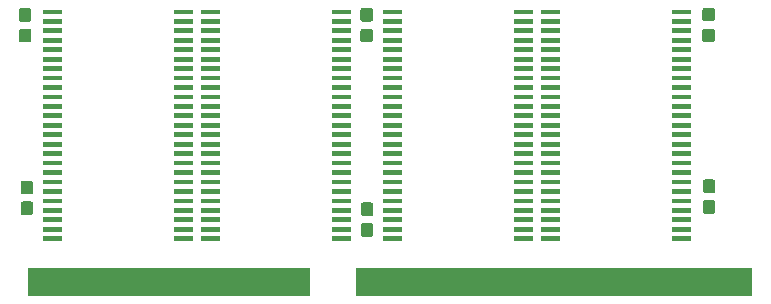
<source format=gbr>
G04 #@! TF.GenerationSoftware,KiCad,Pcbnew,5.1.5*
G04 #@! TF.CreationDate,2020-05-24T12:25:34+08:00*
G04 #@! TF.ProjectId,EDO RAM Stick Recreated,45444f20-5241-44d2-9053-7469636b2052,01*
G04 #@! TF.SameCoordinates,Original*
G04 #@! TF.FileFunction,Soldermask,Bot*
G04 #@! TF.FilePolarity,Negative*
%FSLAX46Y46*%
G04 Gerber Fmt 4.6, Leading zero omitted, Abs format (unit mm)*
G04 Created by KiCad (PCBNEW 5.1.5) date 2020-05-24 12:25:34*
%MOMM*%
%LPD*%
G04 APERTURE LIST*
%ADD10C,0.100000*%
G04 APERTURE END LIST*
D10*
G36*
X91897699Y-76797599D02*
G01*
X67995699Y-76797599D01*
X67995699Y-74395599D01*
X91897699Y-74395599D01*
X91897699Y-76797599D01*
G37*
G36*
X129297699Y-76797599D02*
G01*
X95795699Y-76797599D01*
X95795699Y-74395599D01*
X129297699Y-74395599D01*
X129297699Y-76797599D01*
G37*
G36*
X124153000Y-72132600D02*
G01*
X122551000Y-72132600D01*
X122551000Y-71730600D01*
X124153000Y-71730600D01*
X124153000Y-72132600D01*
G37*
G36*
X81989000Y-72132600D02*
G01*
X80387000Y-72132600D01*
X80387000Y-71730600D01*
X81989000Y-71730600D01*
X81989000Y-72132600D01*
G37*
G36*
X110792600Y-72132600D02*
G01*
X109190600Y-72132600D01*
X109190600Y-71730600D01*
X110792600Y-71730600D01*
X110792600Y-72132600D01*
G37*
G36*
X99692600Y-72132600D02*
G01*
X98090600Y-72132600D01*
X98090600Y-71730600D01*
X99692600Y-71730600D01*
X99692600Y-72132600D01*
G37*
G36*
X95349400Y-72132600D02*
G01*
X93747400Y-72132600D01*
X93747400Y-71730600D01*
X95349400Y-71730600D01*
X95349400Y-72132600D01*
G37*
G36*
X70889000Y-72132600D02*
G01*
X69287000Y-72132600D01*
X69287000Y-71730600D01*
X70889000Y-71730600D01*
X70889000Y-72132600D01*
G37*
G36*
X113053000Y-72132600D02*
G01*
X111451000Y-72132600D01*
X111451000Y-71730600D01*
X113053000Y-71730600D01*
X113053000Y-72132600D01*
G37*
G36*
X84249400Y-72132600D02*
G01*
X82647400Y-72132600D01*
X82647400Y-71730600D01*
X84249400Y-71730600D01*
X84249400Y-72132600D01*
G37*
G36*
X97087699Y-70610645D02*
G01*
X97125195Y-70622020D01*
X97159754Y-70640492D01*
X97190047Y-70665353D01*
X97214908Y-70695646D01*
X97233380Y-70730205D01*
X97244755Y-70767701D01*
X97249200Y-70812838D01*
X97249200Y-71551562D01*
X97244755Y-71596699D01*
X97233380Y-71634195D01*
X97214908Y-71668754D01*
X97190047Y-71699047D01*
X97159754Y-71723908D01*
X97125195Y-71742380D01*
X97087699Y-71753755D01*
X97042562Y-71758200D01*
X96403838Y-71758200D01*
X96358701Y-71753755D01*
X96321205Y-71742380D01*
X96286646Y-71723908D01*
X96256353Y-71699047D01*
X96231492Y-71668754D01*
X96213020Y-71634195D01*
X96201645Y-71596699D01*
X96197200Y-71551562D01*
X96197200Y-70812838D01*
X96201645Y-70767701D01*
X96213020Y-70730205D01*
X96231492Y-70695646D01*
X96256353Y-70665353D01*
X96286646Y-70640492D01*
X96321205Y-70622020D01*
X96358701Y-70610645D01*
X96403838Y-70606200D01*
X97042562Y-70606200D01*
X97087699Y-70610645D01*
G37*
G36*
X113053000Y-71332600D02*
G01*
X111451000Y-71332600D01*
X111451000Y-70930600D01*
X113053000Y-70930600D01*
X113053000Y-71332600D01*
G37*
G36*
X70889000Y-71332600D02*
G01*
X69287000Y-71332600D01*
X69287000Y-70930600D01*
X70889000Y-70930600D01*
X70889000Y-71332600D01*
G37*
G36*
X81989000Y-71332600D02*
G01*
X80387000Y-71332600D01*
X80387000Y-70930600D01*
X81989000Y-70930600D01*
X81989000Y-71332600D01*
G37*
G36*
X84249400Y-71332600D02*
G01*
X82647400Y-71332600D01*
X82647400Y-70930600D01*
X84249400Y-70930600D01*
X84249400Y-71332600D01*
G37*
G36*
X95349400Y-71332600D02*
G01*
X93747400Y-71332600D01*
X93747400Y-70930600D01*
X95349400Y-70930600D01*
X95349400Y-71332600D01*
G37*
G36*
X99692600Y-71332600D02*
G01*
X98090600Y-71332600D01*
X98090600Y-70930600D01*
X99692600Y-70930600D01*
X99692600Y-71332600D01*
G37*
G36*
X110792600Y-71332600D02*
G01*
X109190600Y-71332600D01*
X109190600Y-70930600D01*
X110792600Y-70930600D01*
X110792600Y-71332600D01*
G37*
G36*
X124153000Y-71332600D02*
G01*
X122551000Y-71332600D01*
X122551000Y-70930600D01*
X124153000Y-70930600D01*
X124153000Y-71332600D01*
G37*
G36*
X124153000Y-70532600D02*
G01*
X122551000Y-70532600D01*
X122551000Y-70130600D01*
X124153000Y-70130600D01*
X124153000Y-70532600D01*
G37*
G36*
X70889000Y-70532600D02*
G01*
X69287000Y-70532600D01*
X69287000Y-70130600D01*
X70889000Y-70130600D01*
X70889000Y-70532600D01*
G37*
G36*
X81989000Y-70532600D02*
G01*
X80387000Y-70532600D01*
X80387000Y-70130600D01*
X81989000Y-70130600D01*
X81989000Y-70532600D01*
G37*
G36*
X84249400Y-70532600D02*
G01*
X82647400Y-70532600D01*
X82647400Y-70130600D01*
X84249400Y-70130600D01*
X84249400Y-70532600D01*
G37*
G36*
X95349400Y-70532600D02*
G01*
X93747400Y-70532600D01*
X93747400Y-70130600D01*
X95349400Y-70130600D01*
X95349400Y-70532600D01*
G37*
G36*
X99692600Y-70532600D02*
G01*
X98090600Y-70532600D01*
X98090600Y-70130600D01*
X99692600Y-70130600D01*
X99692600Y-70532600D01*
G37*
G36*
X113053000Y-70532600D02*
G01*
X111451000Y-70532600D01*
X111451000Y-70130600D01*
X113053000Y-70130600D01*
X113053000Y-70532600D01*
G37*
G36*
X110792600Y-70532600D02*
G01*
X109190600Y-70532600D01*
X109190600Y-70130600D01*
X110792600Y-70130600D01*
X110792600Y-70532600D01*
G37*
G36*
X97087699Y-68860645D02*
G01*
X97125195Y-68872020D01*
X97159754Y-68890492D01*
X97190047Y-68915353D01*
X97214908Y-68945646D01*
X97233380Y-68980205D01*
X97244755Y-69017701D01*
X97249200Y-69062838D01*
X97249200Y-69801562D01*
X97244755Y-69846699D01*
X97233380Y-69884195D01*
X97214908Y-69918754D01*
X97190047Y-69949047D01*
X97159754Y-69973908D01*
X97125195Y-69992380D01*
X97087699Y-70003755D01*
X97042562Y-70008200D01*
X96403838Y-70008200D01*
X96358701Y-70003755D01*
X96321205Y-69992380D01*
X96286646Y-69973908D01*
X96256353Y-69949047D01*
X96231492Y-69918754D01*
X96213020Y-69884195D01*
X96201645Y-69846699D01*
X96197200Y-69801562D01*
X96197200Y-69062838D01*
X96201645Y-69017701D01*
X96213020Y-68980205D01*
X96231492Y-68945646D01*
X96256353Y-68915353D01*
X96286646Y-68890492D01*
X96321205Y-68872020D01*
X96358701Y-68860645D01*
X96403838Y-68856200D01*
X97042562Y-68856200D01*
X97087699Y-68860645D01*
G37*
G36*
X68284099Y-68781845D02*
G01*
X68321595Y-68793220D01*
X68356154Y-68811692D01*
X68386447Y-68836553D01*
X68411308Y-68866846D01*
X68429780Y-68901405D01*
X68441155Y-68938901D01*
X68445600Y-68984038D01*
X68445600Y-69722762D01*
X68441155Y-69767899D01*
X68429780Y-69805395D01*
X68411308Y-69839954D01*
X68386447Y-69870247D01*
X68356154Y-69895108D01*
X68321595Y-69913580D01*
X68284099Y-69924955D01*
X68238962Y-69929400D01*
X67600238Y-69929400D01*
X67555101Y-69924955D01*
X67517605Y-69913580D01*
X67483046Y-69895108D01*
X67452753Y-69870247D01*
X67427892Y-69839954D01*
X67409420Y-69805395D01*
X67398045Y-69767899D01*
X67393600Y-69722762D01*
X67393600Y-68984038D01*
X67398045Y-68938901D01*
X67409420Y-68901405D01*
X67427892Y-68866846D01*
X67452753Y-68836553D01*
X67483046Y-68811692D01*
X67517605Y-68793220D01*
X67555101Y-68781845D01*
X67600238Y-68777400D01*
X68238962Y-68777400D01*
X68284099Y-68781845D01*
G37*
G36*
X126043699Y-68668845D02*
G01*
X126081195Y-68680220D01*
X126115754Y-68698692D01*
X126146047Y-68723553D01*
X126170908Y-68753846D01*
X126189380Y-68788405D01*
X126200755Y-68825901D01*
X126205200Y-68871038D01*
X126205200Y-69609762D01*
X126200755Y-69654899D01*
X126189380Y-69692395D01*
X126170908Y-69726954D01*
X126146047Y-69757247D01*
X126115754Y-69782108D01*
X126081195Y-69800580D01*
X126043699Y-69811955D01*
X125998562Y-69816400D01*
X125359838Y-69816400D01*
X125314701Y-69811955D01*
X125277205Y-69800580D01*
X125242646Y-69782108D01*
X125212353Y-69757247D01*
X125187492Y-69726954D01*
X125169020Y-69692395D01*
X125157645Y-69654899D01*
X125153200Y-69609762D01*
X125153200Y-68871038D01*
X125157645Y-68825901D01*
X125169020Y-68788405D01*
X125187492Y-68753846D01*
X125212353Y-68723553D01*
X125242646Y-68698692D01*
X125277205Y-68680220D01*
X125314701Y-68668845D01*
X125359838Y-68664400D01*
X125998562Y-68664400D01*
X126043699Y-68668845D01*
G37*
G36*
X84249400Y-69732600D02*
G01*
X82647400Y-69732600D01*
X82647400Y-69330600D01*
X84249400Y-69330600D01*
X84249400Y-69732600D01*
G37*
G36*
X99692600Y-69732600D02*
G01*
X98090600Y-69732600D01*
X98090600Y-69330600D01*
X99692600Y-69330600D01*
X99692600Y-69732600D01*
G37*
G36*
X70889000Y-69732600D02*
G01*
X69287000Y-69732600D01*
X69287000Y-69330600D01*
X70889000Y-69330600D01*
X70889000Y-69732600D01*
G37*
G36*
X81989000Y-69732600D02*
G01*
X80387000Y-69732600D01*
X80387000Y-69330600D01*
X81989000Y-69330600D01*
X81989000Y-69732600D01*
G37*
G36*
X113053000Y-69732600D02*
G01*
X111451000Y-69732600D01*
X111451000Y-69330600D01*
X113053000Y-69330600D01*
X113053000Y-69732600D01*
G37*
G36*
X95349400Y-69732600D02*
G01*
X93747400Y-69732600D01*
X93747400Y-69330600D01*
X95349400Y-69330600D01*
X95349400Y-69732600D01*
G37*
G36*
X124153000Y-69732600D02*
G01*
X122551000Y-69732600D01*
X122551000Y-69330600D01*
X124153000Y-69330600D01*
X124153000Y-69732600D01*
G37*
G36*
X110792600Y-69732600D02*
G01*
X109190600Y-69732600D01*
X109190600Y-69330600D01*
X110792600Y-69330600D01*
X110792600Y-69732600D01*
G37*
G36*
X70889000Y-68932600D02*
G01*
X69287000Y-68932600D01*
X69287000Y-68530600D01*
X70889000Y-68530600D01*
X70889000Y-68932600D01*
G37*
G36*
X81989000Y-68932600D02*
G01*
X80387000Y-68932600D01*
X80387000Y-68530600D01*
X81989000Y-68530600D01*
X81989000Y-68932600D01*
G37*
G36*
X84249400Y-68932600D02*
G01*
X82647400Y-68932600D01*
X82647400Y-68530600D01*
X84249400Y-68530600D01*
X84249400Y-68932600D01*
G37*
G36*
X95349400Y-68932600D02*
G01*
X93747400Y-68932600D01*
X93747400Y-68530600D01*
X95349400Y-68530600D01*
X95349400Y-68932600D01*
G37*
G36*
X99692600Y-68932600D02*
G01*
X98090600Y-68932600D01*
X98090600Y-68530600D01*
X99692600Y-68530600D01*
X99692600Y-68932600D01*
G37*
G36*
X110792600Y-68932600D02*
G01*
X109190600Y-68932600D01*
X109190600Y-68530600D01*
X110792600Y-68530600D01*
X110792600Y-68932600D01*
G37*
G36*
X113053000Y-68932600D02*
G01*
X111451000Y-68932600D01*
X111451000Y-68530600D01*
X113053000Y-68530600D01*
X113053000Y-68932600D01*
G37*
G36*
X124153000Y-68932600D02*
G01*
X122551000Y-68932600D01*
X122551000Y-68530600D01*
X124153000Y-68530600D01*
X124153000Y-68932600D01*
G37*
G36*
X68284099Y-67031845D02*
G01*
X68321595Y-67043220D01*
X68356154Y-67061692D01*
X68386447Y-67086553D01*
X68411308Y-67116846D01*
X68429780Y-67151405D01*
X68441155Y-67188901D01*
X68445600Y-67234038D01*
X68445600Y-67972762D01*
X68441155Y-68017899D01*
X68429780Y-68055395D01*
X68411308Y-68089954D01*
X68386447Y-68120247D01*
X68356154Y-68145108D01*
X68321595Y-68163580D01*
X68284099Y-68174955D01*
X68238962Y-68179400D01*
X67600238Y-68179400D01*
X67555101Y-68174955D01*
X67517605Y-68163580D01*
X67483046Y-68145108D01*
X67452753Y-68120247D01*
X67427892Y-68089954D01*
X67409420Y-68055395D01*
X67398045Y-68017899D01*
X67393600Y-67972762D01*
X67393600Y-67234038D01*
X67398045Y-67188901D01*
X67409420Y-67151405D01*
X67427892Y-67116846D01*
X67452753Y-67086553D01*
X67483046Y-67061692D01*
X67517605Y-67043220D01*
X67555101Y-67031845D01*
X67600238Y-67027400D01*
X68238962Y-67027400D01*
X68284099Y-67031845D01*
G37*
G36*
X113053000Y-68132600D02*
G01*
X111451000Y-68132600D01*
X111451000Y-67730600D01*
X113053000Y-67730600D01*
X113053000Y-68132600D01*
G37*
G36*
X124153000Y-68132600D02*
G01*
X122551000Y-68132600D01*
X122551000Y-67730600D01*
X124153000Y-67730600D01*
X124153000Y-68132600D01*
G37*
G36*
X81989000Y-68132600D02*
G01*
X80387000Y-68132600D01*
X80387000Y-67730600D01*
X81989000Y-67730600D01*
X81989000Y-68132600D01*
G37*
G36*
X110792600Y-68132600D02*
G01*
X109190600Y-68132600D01*
X109190600Y-67730600D01*
X110792600Y-67730600D01*
X110792600Y-68132600D01*
G37*
G36*
X99692600Y-68132600D02*
G01*
X98090600Y-68132600D01*
X98090600Y-67730600D01*
X99692600Y-67730600D01*
X99692600Y-68132600D01*
G37*
G36*
X95349400Y-68132600D02*
G01*
X93747400Y-68132600D01*
X93747400Y-67730600D01*
X95349400Y-67730600D01*
X95349400Y-68132600D01*
G37*
G36*
X84249400Y-68132600D02*
G01*
X82647400Y-68132600D01*
X82647400Y-67730600D01*
X84249400Y-67730600D01*
X84249400Y-68132600D01*
G37*
G36*
X70889000Y-68132600D02*
G01*
X69287000Y-68132600D01*
X69287000Y-67730600D01*
X70889000Y-67730600D01*
X70889000Y-68132600D01*
G37*
G36*
X126043699Y-66918845D02*
G01*
X126081195Y-66930220D01*
X126115754Y-66948692D01*
X126146047Y-66973553D01*
X126170908Y-67003846D01*
X126189380Y-67038405D01*
X126200755Y-67075901D01*
X126205200Y-67121038D01*
X126205200Y-67859762D01*
X126200755Y-67904899D01*
X126189380Y-67942395D01*
X126170908Y-67976954D01*
X126146047Y-68007247D01*
X126115754Y-68032108D01*
X126081195Y-68050580D01*
X126043699Y-68061955D01*
X125998562Y-68066400D01*
X125359838Y-68066400D01*
X125314701Y-68061955D01*
X125277205Y-68050580D01*
X125242646Y-68032108D01*
X125212353Y-68007247D01*
X125187492Y-67976954D01*
X125169020Y-67942395D01*
X125157645Y-67904899D01*
X125153200Y-67859762D01*
X125153200Y-67121038D01*
X125157645Y-67075901D01*
X125169020Y-67038405D01*
X125187492Y-67003846D01*
X125212353Y-66973553D01*
X125242646Y-66948692D01*
X125277205Y-66930220D01*
X125314701Y-66918845D01*
X125359838Y-66914400D01*
X125998562Y-66914400D01*
X126043699Y-66918845D01*
G37*
G36*
X81989000Y-67332600D02*
G01*
X80387000Y-67332600D01*
X80387000Y-66930600D01*
X81989000Y-66930600D01*
X81989000Y-67332600D01*
G37*
G36*
X95349400Y-67332600D02*
G01*
X93747400Y-67332600D01*
X93747400Y-66930600D01*
X95349400Y-66930600D01*
X95349400Y-67332600D01*
G37*
G36*
X113053000Y-67332600D02*
G01*
X111451000Y-67332600D01*
X111451000Y-66930600D01*
X113053000Y-66930600D01*
X113053000Y-67332600D01*
G37*
G36*
X124153000Y-67332600D02*
G01*
X122551000Y-67332600D01*
X122551000Y-66930600D01*
X124153000Y-66930600D01*
X124153000Y-67332600D01*
G37*
G36*
X84249400Y-67332600D02*
G01*
X82647400Y-67332600D01*
X82647400Y-66930600D01*
X84249400Y-66930600D01*
X84249400Y-67332600D01*
G37*
G36*
X99692600Y-67332600D02*
G01*
X98090600Y-67332600D01*
X98090600Y-66930600D01*
X99692600Y-66930600D01*
X99692600Y-67332600D01*
G37*
G36*
X110792600Y-67332600D02*
G01*
X109190600Y-67332600D01*
X109190600Y-66930600D01*
X110792600Y-66930600D01*
X110792600Y-67332600D01*
G37*
G36*
X70889000Y-67332600D02*
G01*
X69287000Y-67332600D01*
X69287000Y-66930600D01*
X70889000Y-66930600D01*
X70889000Y-67332600D01*
G37*
G36*
X110792600Y-66532600D02*
G01*
X109190600Y-66532600D01*
X109190600Y-66130600D01*
X110792600Y-66130600D01*
X110792600Y-66532600D01*
G37*
G36*
X99692600Y-66532600D02*
G01*
X98090600Y-66532600D01*
X98090600Y-66130600D01*
X99692600Y-66130600D01*
X99692600Y-66532600D01*
G37*
G36*
X81989000Y-66532600D02*
G01*
X80387000Y-66532600D01*
X80387000Y-66130600D01*
X81989000Y-66130600D01*
X81989000Y-66532600D01*
G37*
G36*
X113053000Y-66532600D02*
G01*
X111451000Y-66532600D01*
X111451000Y-66130600D01*
X113053000Y-66130600D01*
X113053000Y-66532600D01*
G37*
G36*
X124153000Y-66532600D02*
G01*
X122551000Y-66532600D01*
X122551000Y-66130600D01*
X124153000Y-66130600D01*
X124153000Y-66532600D01*
G37*
G36*
X95349400Y-66532600D02*
G01*
X93747400Y-66532600D01*
X93747400Y-66130600D01*
X95349400Y-66130600D01*
X95349400Y-66532600D01*
G37*
G36*
X84249400Y-66532600D02*
G01*
X82647400Y-66532600D01*
X82647400Y-66130600D01*
X84249400Y-66130600D01*
X84249400Y-66532600D01*
G37*
G36*
X70889000Y-66532600D02*
G01*
X69287000Y-66532600D01*
X69287000Y-66130600D01*
X70889000Y-66130600D01*
X70889000Y-66532600D01*
G37*
G36*
X110792600Y-65732600D02*
G01*
X109190600Y-65732600D01*
X109190600Y-65330600D01*
X110792600Y-65330600D01*
X110792600Y-65732600D01*
G37*
G36*
X99692600Y-65732600D02*
G01*
X98090600Y-65732600D01*
X98090600Y-65330600D01*
X99692600Y-65330600D01*
X99692600Y-65732600D01*
G37*
G36*
X113053000Y-65732600D02*
G01*
X111451000Y-65732600D01*
X111451000Y-65330600D01*
X113053000Y-65330600D01*
X113053000Y-65732600D01*
G37*
G36*
X124153000Y-65732600D02*
G01*
X122551000Y-65732600D01*
X122551000Y-65330600D01*
X124153000Y-65330600D01*
X124153000Y-65732600D01*
G37*
G36*
X70889000Y-65732600D02*
G01*
X69287000Y-65732600D01*
X69287000Y-65330600D01*
X70889000Y-65330600D01*
X70889000Y-65732600D01*
G37*
G36*
X95349400Y-65732600D02*
G01*
X93747400Y-65732600D01*
X93747400Y-65330600D01*
X95349400Y-65330600D01*
X95349400Y-65732600D01*
G37*
G36*
X84249400Y-65732600D02*
G01*
X82647400Y-65732600D01*
X82647400Y-65330600D01*
X84249400Y-65330600D01*
X84249400Y-65732600D01*
G37*
G36*
X81989000Y-65732600D02*
G01*
X80387000Y-65732600D01*
X80387000Y-65330600D01*
X81989000Y-65330600D01*
X81989000Y-65732600D01*
G37*
G36*
X95349400Y-64932600D02*
G01*
X93747400Y-64932600D01*
X93747400Y-64530600D01*
X95349400Y-64530600D01*
X95349400Y-64932600D01*
G37*
G36*
X113053000Y-64932600D02*
G01*
X111451000Y-64932600D01*
X111451000Y-64530600D01*
X113053000Y-64530600D01*
X113053000Y-64932600D01*
G37*
G36*
X124153000Y-64932600D02*
G01*
X122551000Y-64932600D01*
X122551000Y-64530600D01*
X124153000Y-64530600D01*
X124153000Y-64932600D01*
G37*
G36*
X70889000Y-64932600D02*
G01*
X69287000Y-64932600D01*
X69287000Y-64530600D01*
X70889000Y-64530600D01*
X70889000Y-64932600D01*
G37*
G36*
X84249400Y-64932600D02*
G01*
X82647400Y-64932600D01*
X82647400Y-64530600D01*
X84249400Y-64530600D01*
X84249400Y-64932600D01*
G37*
G36*
X99692600Y-64932600D02*
G01*
X98090600Y-64932600D01*
X98090600Y-64530600D01*
X99692600Y-64530600D01*
X99692600Y-64932600D01*
G37*
G36*
X110792600Y-64932600D02*
G01*
X109190600Y-64932600D01*
X109190600Y-64530600D01*
X110792600Y-64530600D01*
X110792600Y-64932600D01*
G37*
G36*
X81989000Y-64932600D02*
G01*
X80387000Y-64932600D01*
X80387000Y-64530600D01*
X81989000Y-64530600D01*
X81989000Y-64932600D01*
G37*
G36*
X95349400Y-64132600D02*
G01*
X93747400Y-64132600D01*
X93747400Y-63730600D01*
X95349400Y-63730600D01*
X95349400Y-64132600D01*
G37*
G36*
X84249400Y-64132600D02*
G01*
X82647400Y-64132600D01*
X82647400Y-63730600D01*
X84249400Y-63730600D01*
X84249400Y-64132600D01*
G37*
G36*
X124153000Y-64132600D02*
G01*
X122551000Y-64132600D01*
X122551000Y-63730600D01*
X124153000Y-63730600D01*
X124153000Y-64132600D01*
G37*
G36*
X81989000Y-64132600D02*
G01*
X80387000Y-64132600D01*
X80387000Y-63730600D01*
X81989000Y-63730600D01*
X81989000Y-64132600D01*
G37*
G36*
X70889000Y-64132600D02*
G01*
X69287000Y-64132600D01*
X69287000Y-63730600D01*
X70889000Y-63730600D01*
X70889000Y-64132600D01*
G37*
G36*
X99692600Y-64132600D02*
G01*
X98090600Y-64132600D01*
X98090600Y-63730600D01*
X99692600Y-63730600D01*
X99692600Y-64132600D01*
G37*
G36*
X110792600Y-64132600D02*
G01*
X109190600Y-64132600D01*
X109190600Y-63730600D01*
X110792600Y-63730600D01*
X110792600Y-64132600D01*
G37*
G36*
X113053000Y-64132600D02*
G01*
X111451000Y-64132600D01*
X111451000Y-63730600D01*
X113053000Y-63730600D01*
X113053000Y-64132600D01*
G37*
G36*
X99692600Y-63332600D02*
G01*
X98090600Y-63332600D01*
X98090600Y-62930600D01*
X99692600Y-62930600D01*
X99692600Y-63332600D01*
G37*
G36*
X81989000Y-63332600D02*
G01*
X80387000Y-63332600D01*
X80387000Y-62930600D01*
X81989000Y-62930600D01*
X81989000Y-63332600D01*
G37*
G36*
X70889000Y-63332600D02*
G01*
X69287000Y-63332600D01*
X69287000Y-62930600D01*
X70889000Y-62930600D01*
X70889000Y-63332600D01*
G37*
G36*
X95349400Y-63332600D02*
G01*
X93747400Y-63332600D01*
X93747400Y-62930600D01*
X95349400Y-62930600D01*
X95349400Y-63332600D01*
G37*
G36*
X110792600Y-63332600D02*
G01*
X109190600Y-63332600D01*
X109190600Y-62930600D01*
X110792600Y-62930600D01*
X110792600Y-63332600D01*
G37*
G36*
X84249400Y-63332600D02*
G01*
X82647400Y-63332600D01*
X82647400Y-62930600D01*
X84249400Y-62930600D01*
X84249400Y-63332600D01*
G37*
G36*
X124153000Y-63332600D02*
G01*
X122551000Y-63332600D01*
X122551000Y-62930600D01*
X124153000Y-62930600D01*
X124153000Y-63332600D01*
G37*
G36*
X113053000Y-63332600D02*
G01*
X111451000Y-63332600D01*
X111451000Y-62930600D01*
X113053000Y-62930600D01*
X113053000Y-63332600D01*
G37*
G36*
X124153000Y-62532600D02*
G01*
X122551000Y-62532600D01*
X122551000Y-62130600D01*
X124153000Y-62130600D01*
X124153000Y-62532600D01*
G37*
G36*
X110792600Y-62532600D02*
G01*
X109190600Y-62532600D01*
X109190600Y-62130600D01*
X110792600Y-62130600D01*
X110792600Y-62532600D01*
G37*
G36*
X99692600Y-62532600D02*
G01*
X98090600Y-62532600D01*
X98090600Y-62130600D01*
X99692600Y-62130600D01*
X99692600Y-62532600D01*
G37*
G36*
X70889000Y-62532600D02*
G01*
X69287000Y-62532600D01*
X69287000Y-62130600D01*
X70889000Y-62130600D01*
X70889000Y-62532600D01*
G37*
G36*
X81989000Y-62532600D02*
G01*
X80387000Y-62532600D01*
X80387000Y-62130600D01*
X81989000Y-62130600D01*
X81989000Y-62532600D01*
G37*
G36*
X84249400Y-62532600D02*
G01*
X82647400Y-62532600D01*
X82647400Y-62130600D01*
X84249400Y-62130600D01*
X84249400Y-62532600D01*
G37*
G36*
X113053000Y-62532600D02*
G01*
X111451000Y-62532600D01*
X111451000Y-62130600D01*
X113053000Y-62130600D01*
X113053000Y-62532600D01*
G37*
G36*
X95349400Y-62532600D02*
G01*
X93747400Y-62532600D01*
X93747400Y-62130600D01*
X95349400Y-62130600D01*
X95349400Y-62532600D01*
G37*
G36*
X113053000Y-61732600D02*
G01*
X111451000Y-61732600D01*
X111451000Y-61330600D01*
X113053000Y-61330600D01*
X113053000Y-61732600D01*
G37*
G36*
X99692600Y-61732600D02*
G01*
X98090600Y-61732600D01*
X98090600Y-61330600D01*
X99692600Y-61330600D01*
X99692600Y-61732600D01*
G37*
G36*
X95349400Y-61732600D02*
G01*
X93747400Y-61732600D01*
X93747400Y-61330600D01*
X95349400Y-61330600D01*
X95349400Y-61732600D01*
G37*
G36*
X84249400Y-61732600D02*
G01*
X82647400Y-61732600D01*
X82647400Y-61330600D01*
X84249400Y-61330600D01*
X84249400Y-61732600D01*
G37*
G36*
X70889000Y-61732600D02*
G01*
X69287000Y-61732600D01*
X69287000Y-61330600D01*
X70889000Y-61330600D01*
X70889000Y-61732600D01*
G37*
G36*
X81989000Y-61732600D02*
G01*
X80387000Y-61732600D01*
X80387000Y-61330600D01*
X81989000Y-61330600D01*
X81989000Y-61732600D01*
G37*
G36*
X110792600Y-61732600D02*
G01*
X109190600Y-61732600D01*
X109190600Y-61330600D01*
X110792600Y-61330600D01*
X110792600Y-61732600D01*
G37*
G36*
X124153000Y-61732600D02*
G01*
X122551000Y-61732600D01*
X122551000Y-61330600D01*
X124153000Y-61330600D01*
X124153000Y-61732600D01*
G37*
G36*
X95349400Y-60932600D02*
G01*
X93747400Y-60932600D01*
X93747400Y-60530600D01*
X95349400Y-60530600D01*
X95349400Y-60932600D01*
G37*
G36*
X113053000Y-60932600D02*
G01*
X111451000Y-60932600D01*
X111451000Y-60530600D01*
X113053000Y-60530600D01*
X113053000Y-60932600D01*
G37*
G36*
X124153000Y-60932600D02*
G01*
X122551000Y-60932600D01*
X122551000Y-60530600D01*
X124153000Y-60530600D01*
X124153000Y-60932600D01*
G37*
G36*
X110792600Y-60932600D02*
G01*
X109190600Y-60932600D01*
X109190600Y-60530600D01*
X110792600Y-60530600D01*
X110792600Y-60932600D01*
G37*
G36*
X84249400Y-60932600D02*
G01*
X82647400Y-60932600D01*
X82647400Y-60530600D01*
X84249400Y-60530600D01*
X84249400Y-60932600D01*
G37*
G36*
X81989000Y-60932600D02*
G01*
X80387000Y-60932600D01*
X80387000Y-60530600D01*
X81989000Y-60530600D01*
X81989000Y-60932600D01*
G37*
G36*
X99692600Y-60932600D02*
G01*
X98090600Y-60932600D01*
X98090600Y-60530600D01*
X99692600Y-60530600D01*
X99692600Y-60932600D01*
G37*
G36*
X70889000Y-60932600D02*
G01*
X69287000Y-60932600D01*
X69287000Y-60530600D01*
X70889000Y-60530600D01*
X70889000Y-60932600D01*
G37*
G36*
X99692600Y-60132600D02*
G01*
X98090600Y-60132600D01*
X98090600Y-59730600D01*
X99692600Y-59730600D01*
X99692600Y-60132600D01*
G37*
G36*
X84249400Y-60132600D02*
G01*
X82647400Y-60132600D01*
X82647400Y-59730600D01*
X84249400Y-59730600D01*
X84249400Y-60132600D01*
G37*
G36*
X95349400Y-60132600D02*
G01*
X93747400Y-60132600D01*
X93747400Y-59730600D01*
X95349400Y-59730600D01*
X95349400Y-60132600D01*
G37*
G36*
X124153000Y-60132600D02*
G01*
X122551000Y-60132600D01*
X122551000Y-59730600D01*
X124153000Y-59730600D01*
X124153000Y-60132600D01*
G37*
G36*
X113053000Y-60132600D02*
G01*
X111451000Y-60132600D01*
X111451000Y-59730600D01*
X113053000Y-59730600D01*
X113053000Y-60132600D01*
G37*
G36*
X81989000Y-60132600D02*
G01*
X80387000Y-60132600D01*
X80387000Y-59730600D01*
X81989000Y-59730600D01*
X81989000Y-60132600D01*
G37*
G36*
X70889000Y-60132600D02*
G01*
X69287000Y-60132600D01*
X69287000Y-59730600D01*
X70889000Y-59730600D01*
X70889000Y-60132600D01*
G37*
G36*
X110792600Y-60132600D02*
G01*
X109190600Y-60132600D01*
X109190600Y-59730600D01*
X110792600Y-59730600D01*
X110792600Y-60132600D01*
G37*
G36*
X124153000Y-59332600D02*
G01*
X122551000Y-59332600D01*
X122551000Y-58930600D01*
X124153000Y-58930600D01*
X124153000Y-59332600D01*
G37*
G36*
X95349400Y-59332600D02*
G01*
X93747400Y-59332600D01*
X93747400Y-58930600D01*
X95349400Y-58930600D01*
X95349400Y-59332600D01*
G37*
G36*
X84249400Y-59332600D02*
G01*
X82647400Y-59332600D01*
X82647400Y-58930600D01*
X84249400Y-58930600D01*
X84249400Y-59332600D01*
G37*
G36*
X81989000Y-59332600D02*
G01*
X80387000Y-59332600D01*
X80387000Y-58930600D01*
X81989000Y-58930600D01*
X81989000Y-59332600D01*
G37*
G36*
X70889000Y-59332600D02*
G01*
X69287000Y-59332600D01*
X69287000Y-58930600D01*
X70889000Y-58930600D01*
X70889000Y-59332600D01*
G37*
G36*
X99692600Y-59332600D02*
G01*
X98090600Y-59332600D01*
X98090600Y-58930600D01*
X99692600Y-58930600D01*
X99692600Y-59332600D01*
G37*
G36*
X110792600Y-59332600D02*
G01*
X109190600Y-59332600D01*
X109190600Y-58930600D01*
X110792600Y-58930600D01*
X110792600Y-59332600D01*
G37*
G36*
X113053000Y-59332600D02*
G01*
X111451000Y-59332600D01*
X111451000Y-58930600D01*
X113053000Y-58930600D01*
X113053000Y-59332600D01*
G37*
G36*
X113053000Y-58532600D02*
G01*
X111451000Y-58532600D01*
X111451000Y-58130600D01*
X113053000Y-58130600D01*
X113053000Y-58532600D01*
G37*
G36*
X70889000Y-58532600D02*
G01*
X69287000Y-58532600D01*
X69287000Y-58130600D01*
X70889000Y-58130600D01*
X70889000Y-58532600D01*
G37*
G36*
X81989000Y-58532600D02*
G01*
X80387000Y-58532600D01*
X80387000Y-58130600D01*
X81989000Y-58130600D01*
X81989000Y-58532600D01*
G37*
G36*
X84249400Y-58532600D02*
G01*
X82647400Y-58532600D01*
X82647400Y-58130600D01*
X84249400Y-58130600D01*
X84249400Y-58532600D01*
G37*
G36*
X95349400Y-58532600D02*
G01*
X93747400Y-58532600D01*
X93747400Y-58130600D01*
X95349400Y-58130600D01*
X95349400Y-58532600D01*
G37*
G36*
X124153000Y-58532600D02*
G01*
X122551000Y-58532600D01*
X122551000Y-58130600D01*
X124153000Y-58130600D01*
X124153000Y-58532600D01*
G37*
G36*
X99692600Y-58532600D02*
G01*
X98090600Y-58532600D01*
X98090600Y-58130600D01*
X99692600Y-58130600D01*
X99692600Y-58532600D01*
G37*
G36*
X110792600Y-58532600D02*
G01*
X109190600Y-58532600D01*
X109190600Y-58130600D01*
X110792600Y-58130600D01*
X110792600Y-58532600D01*
G37*
G36*
X99692600Y-57732600D02*
G01*
X98090600Y-57732600D01*
X98090600Y-57330600D01*
X99692600Y-57330600D01*
X99692600Y-57732600D01*
G37*
G36*
X95349400Y-57732600D02*
G01*
X93747400Y-57732600D01*
X93747400Y-57330600D01*
X95349400Y-57330600D01*
X95349400Y-57732600D01*
G37*
G36*
X84249400Y-57732600D02*
G01*
X82647400Y-57732600D01*
X82647400Y-57330600D01*
X84249400Y-57330600D01*
X84249400Y-57732600D01*
G37*
G36*
X124153000Y-57732600D02*
G01*
X122551000Y-57732600D01*
X122551000Y-57330600D01*
X124153000Y-57330600D01*
X124153000Y-57732600D01*
G37*
G36*
X70889000Y-57732600D02*
G01*
X69287000Y-57732600D01*
X69287000Y-57330600D01*
X70889000Y-57330600D01*
X70889000Y-57732600D01*
G37*
G36*
X81989000Y-57732600D02*
G01*
X80387000Y-57732600D01*
X80387000Y-57330600D01*
X81989000Y-57330600D01*
X81989000Y-57732600D01*
G37*
G36*
X110792600Y-57732600D02*
G01*
X109190600Y-57732600D01*
X109190600Y-57330600D01*
X110792600Y-57330600D01*
X110792600Y-57732600D01*
G37*
G36*
X113053000Y-57732600D02*
G01*
X111451000Y-57732600D01*
X111451000Y-57330600D01*
X113053000Y-57330600D01*
X113053000Y-57732600D01*
G37*
G36*
X110792600Y-56932600D02*
G01*
X109190600Y-56932600D01*
X109190600Y-56530600D01*
X110792600Y-56530600D01*
X110792600Y-56932600D01*
G37*
G36*
X84249400Y-56932600D02*
G01*
X82647400Y-56932600D01*
X82647400Y-56530600D01*
X84249400Y-56530600D01*
X84249400Y-56932600D01*
G37*
G36*
X99692600Y-56932600D02*
G01*
X98090600Y-56932600D01*
X98090600Y-56530600D01*
X99692600Y-56530600D01*
X99692600Y-56932600D01*
G37*
G36*
X95349400Y-56932600D02*
G01*
X93747400Y-56932600D01*
X93747400Y-56530600D01*
X95349400Y-56530600D01*
X95349400Y-56932600D01*
G37*
G36*
X124153000Y-56932600D02*
G01*
X122551000Y-56932600D01*
X122551000Y-56530600D01*
X124153000Y-56530600D01*
X124153000Y-56932600D01*
G37*
G36*
X113053000Y-56932600D02*
G01*
X111451000Y-56932600D01*
X111451000Y-56530600D01*
X113053000Y-56530600D01*
X113053000Y-56932600D01*
G37*
G36*
X81989000Y-56932600D02*
G01*
X80387000Y-56932600D01*
X80387000Y-56530600D01*
X81989000Y-56530600D01*
X81989000Y-56932600D01*
G37*
G36*
X70889000Y-56932600D02*
G01*
X69287000Y-56932600D01*
X69287000Y-56530600D01*
X70889000Y-56530600D01*
X70889000Y-56932600D01*
G37*
G36*
X70889000Y-56132600D02*
G01*
X69287000Y-56132600D01*
X69287000Y-55730600D01*
X70889000Y-55730600D01*
X70889000Y-56132600D01*
G37*
G36*
X84249400Y-56132600D02*
G01*
X82647400Y-56132600D01*
X82647400Y-55730600D01*
X84249400Y-55730600D01*
X84249400Y-56132600D01*
G37*
G36*
X95349400Y-56132600D02*
G01*
X93747400Y-56132600D01*
X93747400Y-55730600D01*
X95349400Y-55730600D01*
X95349400Y-56132600D01*
G37*
G36*
X81989000Y-56132600D02*
G01*
X80387000Y-56132600D01*
X80387000Y-55730600D01*
X81989000Y-55730600D01*
X81989000Y-56132600D01*
G37*
G36*
X124153000Y-56132600D02*
G01*
X122551000Y-56132600D01*
X122551000Y-55730600D01*
X124153000Y-55730600D01*
X124153000Y-56132600D01*
G37*
G36*
X113053000Y-56132600D02*
G01*
X111451000Y-56132600D01*
X111451000Y-55730600D01*
X113053000Y-55730600D01*
X113053000Y-56132600D01*
G37*
G36*
X99692600Y-56132600D02*
G01*
X98090600Y-56132600D01*
X98090600Y-55730600D01*
X99692600Y-55730600D01*
X99692600Y-56132600D01*
G37*
G36*
X110792600Y-56132600D02*
G01*
X109190600Y-56132600D01*
X109190600Y-55730600D01*
X110792600Y-55730600D01*
X110792600Y-56132600D01*
G37*
G36*
X99692600Y-55332600D02*
G01*
X98090600Y-55332600D01*
X98090600Y-54930600D01*
X99692600Y-54930600D01*
X99692600Y-55332600D01*
G37*
G36*
X95349400Y-55332600D02*
G01*
X93747400Y-55332600D01*
X93747400Y-54930600D01*
X95349400Y-54930600D01*
X95349400Y-55332600D01*
G37*
G36*
X110792600Y-55332600D02*
G01*
X109190600Y-55332600D01*
X109190600Y-54930600D01*
X110792600Y-54930600D01*
X110792600Y-55332600D01*
G37*
G36*
X113053000Y-55332600D02*
G01*
X111451000Y-55332600D01*
X111451000Y-54930600D01*
X113053000Y-54930600D01*
X113053000Y-55332600D01*
G37*
G36*
X81989000Y-55332600D02*
G01*
X80387000Y-55332600D01*
X80387000Y-54930600D01*
X81989000Y-54930600D01*
X81989000Y-55332600D01*
G37*
G36*
X124153000Y-55332600D02*
G01*
X122551000Y-55332600D01*
X122551000Y-54930600D01*
X124153000Y-54930600D01*
X124153000Y-55332600D01*
G37*
G36*
X70889000Y-55332600D02*
G01*
X69287000Y-55332600D01*
X69287000Y-54930600D01*
X70889000Y-54930600D01*
X70889000Y-55332600D01*
G37*
G36*
X84249400Y-55332600D02*
G01*
X82647400Y-55332600D01*
X82647400Y-54930600D01*
X84249400Y-54930600D01*
X84249400Y-55332600D01*
G37*
G36*
X68131699Y-54151445D02*
G01*
X68169195Y-54162820D01*
X68203754Y-54181292D01*
X68234047Y-54206153D01*
X68258908Y-54236446D01*
X68277380Y-54271005D01*
X68288755Y-54308501D01*
X68293200Y-54353638D01*
X68293200Y-55092362D01*
X68288755Y-55137499D01*
X68277380Y-55174995D01*
X68258908Y-55209554D01*
X68234047Y-55239847D01*
X68203754Y-55264708D01*
X68169195Y-55283180D01*
X68131699Y-55294555D01*
X68086562Y-55299000D01*
X67447838Y-55299000D01*
X67402701Y-55294555D01*
X67365205Y-55283180D01*
X67330646Y-55264708D01*
X67300353Y-55239847D01*
X67275492Y-55209554D01*
X67257020Y-55174995D01*
X67245645Y-55137499D01*
X67241200Y-55092362D01*
X67241200Y-54353638D01*
X67245645Y-54308501D01*
X67257020Y-54271005D01*
X67275492Y-54236446D01*
X67300353Y-54206153D01*
X67330646Y-54181292D01*
X67365205Y-54162820D01*
X67402701Y-54151445D01*
X67447838Y-54147000D01*
X68086562Y-54147000D01*
X68131699Y-54151445D01*
G37*
G36*
X97036899Y-54151445D02*
G01*
X97074395Y-54162820D01*
X97108954Y-54181292D01*
X97139247Y-54206153D01*
X97164108Y-54236446D01*
X97182580Y-54271005D01*
X97193955Y-54308501D01*
X97198400Y-54353638D01*
X97198400Y-55092362D01*
X97193955Y-55137499D01*
X97182580Y-55174995D01*
X97164108Y-55209554D01*
X97139247Y-55239847D01*
X97108954Y-55264708D01*
X97074395Y-55283180D01*
X97036899Y-55294555D01*
X96991762Y-55299000D01*
X96353038Y-55299000D01*
X96307901Y-55294555D01*
X96270405Y-55283180D01*
X96235846Y-55264708D01*
X96205553Y-55239847D01*
X96180692Y-55209554D01*
X96162220Y-55174995D01*
X96150845Y-55137499D01*
X96146400Y-55092362D01*
X96146400Y-54353638D01*
X96150845Y-54308501D01*
X96162220Y-54271005D01*
X96180692Y-54236446D01*
X96205553Y-54206153D01*
X96235846Y-54181292D01*
X96270405Y-54162820D01*
X96307901Y-54151445D01*
X96353038Y-54147000D01*
X96991762Y-54147000D01*
X97036899Y-54151445D01*
G37*
G36*
X125992899Y-54140045D02*
G01*
X126030395Y-54151420D01*
X126064954Y-54169892D01*
X126095247Y-54194753D01*
X126120108Y-54225046D01*
X126138580Y-54259605D01*
X126149955Y-54297101D01*
X126154400Y-54342238D01*
X126154400Y-55080962D01*
X126149955Y-55126099D01*
X126138580Y-55163595D01*
X126120108Y-55198154D01*
X126095247Y-55228447D01*
X126064954Y-55253308D01*
X126030395Y-55271780D01*
X125992899Y-55283155D01*
X125947762Y-55287600D01*
X125309038Y-55287600D01*
X125263901Y-55283155D01*
X125226405Y-55271780D01*
X125191846Y-55253308D01*
X125161553Y-55228447D01*
X125136692Y-55198154D01*
X125118220Y-55163595D01*
X125106845Y-55126099D01*
X125102400Y-55080962D01*
X125102400Y-54342238D01*
X125106845Y-54297101D01*
X125118220Y-54259605D01*
X125136692Y-54225046D01*
X125161553Y-54194753D01*
X125191846Y-54169892D01*
X125226405Y-54151420D01*
X125263901Y-54140045D01*
X125309038Y-54135600D01*
X125947762Y-54135600D01*
X125992899Y-54140045D01*
G37*
G36*
X95349400Y-54532600D02*
G01*
X93747400Y-54532600D01*
X93747400Y-54130600D01*
X95349400Y-54130600D01*
X95349400Y-54532600D01*
G37*
G36*
X70889000Y-54532600D02*
G01*
X69287000Y-54532600D01*
X69287000Y-54130600D01*
X70889000Y-54130600D01*
X70889000Y-54532600D01*
G37*
G36*
X124153000Y-54532600D02*
G01*
X122551000Y-54532600D01*
X122551000Y-54130600D01*
X124153000Y-54130600D01*
X124153000Y-54532600D01*
G37*
G36*
X113053000Y-54532600D02*
G01*
X111451000Y-54532600D01*
X111451000Y-54130600D01*
X113053000Y-54130600D01*
X113053000Y-54532600D01*
G37*
G36*
X99692600Y-54532600D02*
G01*
X98090600Y-54532600D01*
X98090600Y-54130600D01*
X99692600Y-54130600D01*
X99692600Y-54532600D01*
G37*
G36*
X84249400Y-54532600D02*
G01*
X82647400Y-54532600D01*
X82647400Y-54130600D01*
X84249400Y-54130600D01*
X84249400Y-54532600D01*
G37*
G36*
X81989000Y-54532600D02*
G01*
X80387000Y-54532600D01*
X80387000Y-54130600D01*
X81989000Y-54130600D01*
X81989000Y-54532600D01*
G37*
G36*
X110792600Y-54532600D02*
G01*
X109190600Y-54532600D01*
X109190600Y-54130600D01*
X110792600Y-54130600D01*
X110792600Y-54532600D01*
G37*
G36*
X84249400Y-53732600D02*
G01*
X82647400Y-53732600D01*
X82647400Y-53330600D01*
X84249400Y-53330600D01*
X84249400Y-53732600D01*
G37*
G36*
X70889000Y-53732600D02*
G01*
X69287000Y-53732600D01*
X69287000Y-53330600D01*
X70889000Y-53330600D01*
X70889000Y-53732600D01*
G37*
G36*
X81989000Y-53732600D02*
G01*
X80387000Y-53732600D01*
X80387000Y-53330600D01*
X81989000Y-53330600D01*
X81989000Y-53732600D01*
G37*
G36*
X113053000Y-53732600D02*
G01*
X111451000Y-53732600D01*
X111451000Y-53330600D01*
X113053000Y-53330600D01*
X113053000Y-53732600D01*
G37*
G36*
X110792600Y-53732600D02*
G01*
X109190600Y-53732600D01*
X109190600Y-53330600D01*
X110792600Y-53330600D01*
X110792600Y-53732600D01*
G37*
G36*
X99692600Y-53732600D02*
G01*
X98090600Y-53732600D01*
X98090600Y-53330600D01*
X99692600Y-53330600D01*
X99692600Y-53732600D01*
G37*
G36*
X95349400Y-53732600D02*
G01*
X93747400Y-53732600D01*
X93747400Y-53330600D01*
X95349400Y-53330600D01*
X95349400Y-53732600D01*
G37*
G36*
X124153000Y-53732600D02*
G01*
X122551000Y-53732600D01*
X122551000Y-53330600D01*
X124153000Y-53330600D01*
X124153000Y-53732600D01*
G37*
G36*
X97036899Y-52401445D02*
G01*
X97074395Y-52412820D01*
X97108954Y-52431292D01*
X97139247Y-52456153D01*
X97164108Y-52486446D01*
X97182580Y-52521005D01*
X97193955Y-52558501D01*
X97198400Y-52603638D01*
X97198400Y-53342362D01*
X97193955Y-53387499D01*
X97182580Y-53424995D01*
X97164108Y-53459554D01*
X97139247Y-53489847D01*
X97108954Y-53514708D01*
X97074395Y-53533180D01*
X97036899Y-53544555D01*
X96991762Y-53549000D01*
X96353038Y-53549000D01*
X96307901Y-53544555D01*
X96270405Y-53533180D01*
X96235846Y-53514708D01*
X96205553Y-53489847D01*
X96180692Y-53459554D01*
X96162220Y-53424995D01*
X96150845Y-53387499D01*
X96146400Y-53342362D01*
X96146400Y-52603638D01*
X96150845Y-52558501D01*
X96162220Y-52521005D01*
X96180692Y-52486446D01*
X96205553Y-52456153D01*
X96235846Y-52431292D01*
X96270405Y-52412820D01*
X96307901Y-52401445D01*
X96353038Y-52397000D01*
X96991762Y-52397000D01*
X97036899Y-52401445D01*
G37*
G36*
X68131699Y-52401445D02*
G01*
X68169195Y-52412820D01*
X68203754Y-52431292D01*
X68234047Y-52456153D01*
X68258908Y-52486446D01*
X68277380Y-52521005D01*
X68288755Y-52558501D01*
X68293200Y-52603638D01*
X68293200Y-53342362D01*
X68288755Y-53387499D01*
X68277380Y-53424995D01*
X68258908Y-53459554D01*
X68234047Y-53489847D01*
X68203754Y-53514708D01*
X68169195Y-53533180D01*
X68131699Y-53544555D01*
X68086562Y-53549000D01*
X67447838Y-53549000D01*
X67402701Y-53544555D01*
X67365205Y-53533180D01*
X67330646Y-53514708D01*
X67300353Y-53489847D01*
X67275492Y-53459554D01*
X67257020Y-53424995D01*
X67245645Y-53387499D01*
X67241200Y-53342362D01*
X67241200Y-52603638D01*
X67245645Y-52558501D01*
X67257020Y-52521005D01*
X67275492Y-52486446D01*
X67300353Y-52456153D01*
X67330646Y-52431292D01*
X67365205Y-52412820D01*
X67402701Y-52401445D01*
X67447838Y-52397000D01*
X68086562Y-52397000D01*
X68131699Y-52401445D01*
G37*
G36*
X125992899Y-52390045D02*
G01*
X126030395Y-52401420D01*
X126064954Y-52419892D01*
X126095247Y-52444753D01*
X126120108Y-52475046D01*
X126138580Y-52509605D01*
X126149955Y-52547101D01*
X126154400Y-52592238D01*
X126154400Y-53330962D01*
X126149955Y-53376099D01*
X126138580Y-53413595D01*
X126120108Y-53448154D01*
X126095247Y-53478447D01*
X126064954Y-53503308D01*
X126030395Y-53521780D01*
X125992899Y-53533155D01*
X125947762Y-53537600D01*
X125309038Y-53537600D01*
X125263901Y-53533155D01*
X125226405Y-53521780D01*
X125191846Y-53503308D01*
X125161553Y-53478447D01*
X125136692Y-53448154D01*
X125118220Y-53413595D01*
X125106845Y-53376099D01*
X125102400Y-53330962D01*
X125102400Y-52592238D01*
X125106845Y-52547101D01*
X125118220Y-52509605D01*
X125136692Y-52475046D01*
X125161553Y-52444753D01*
X125191846Y-52419892D01*
X125226405Y-52401420D01*
X125263901Y-52390045D01*
X125309038Y-52385600D01*
X125947762Y-52385600D01*
X125992899Y-52390045D01*
G37*
G36*
X124153000Y-52932600D02*
G01*
X122551000Y-52932600D01*
X122551000Y-52530600D01*
X124153000Y-52530600D01*
X124153000Y-52932600D01*
G37*
G36*
X113053000Y-52932600D02*
G01*
X111451000Y-52932600D01*
X111451000Y-52530600D01*
X113053000Y-52530600D01*
X113053000Y-52932600D01*
G37*
G36*
X110792600Y-52932600D02*
G01*
X109190600Y-52932600D01*
X109190600Y-52530600D01*
X110792600Y-52530600D01*
X110792600Y-52932600D01*
G37*
G36*
X99692600Y-52932600D02*
G01*
X98090600Y-52932600D01*
X98090600Y-52530600D01*
X99692600Y-52530600D01*
X99692600Y-52932600D01*
G37*
G36*
X95349400Y-52932600D02*
G01*
X93747400Y-52932600D01*
X93747400Y-52530600D01*
X95349400Y-52530600D01*
X95349400Y-52932600D01*
G37*
G36*
X84249400Y-52932600D02*
G01*
X82647400Y-52932600D01*
X82647400Y-52530600D01*
X84249400Y-52530600D01*
X84249400Y-52932600D01*
G37*
G36*
X81989000Y-52932600D02*
G01*
X80387000Y-52932600D01*
X80387000Y-52530600D01*
X81989000Y-52530600D01*
X81989000Y-52932600D01*
G37*
G36*
X70889000Y-52932600D02*
G01*
X69287000Y-52932600D01*
X69287000Y-52530600D01*
X70889000Y-52530600D01*
X70889000Y-52932600D01*
G37*
M02*

</source>
